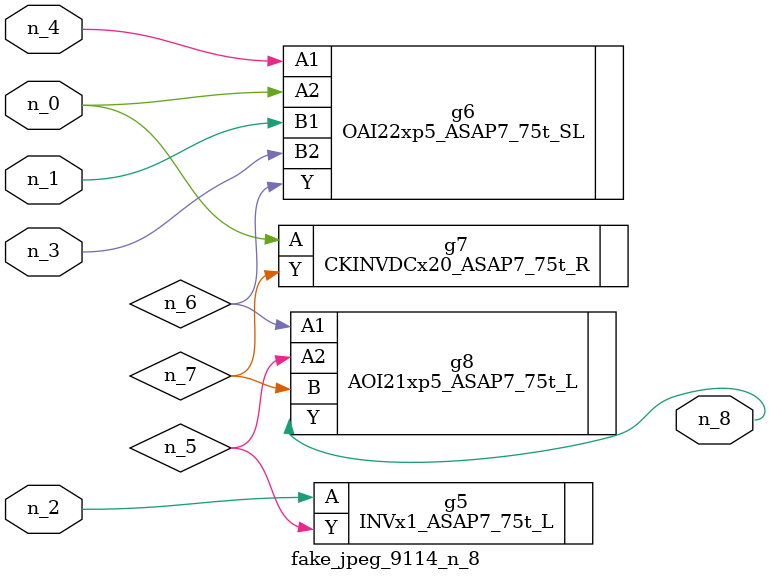
<source format=v>
module fake_jpeg_9114_n_8 (n_3, n_2, n_1, n_0, n_4, n_8);

input n_3;
input n_2;
input n_1;
input n_0;
input n_4;

output n_8;

wire n_6;
wire n_5;
wire n_7;

INVx1_ASAP7_75t_L g5 ( 
.A(n_2),
.Y(n_5)
);

OAI22xp5_ASAP7_75t_SL g6 ( 
.A1(n_4),
.A2(n_0),
.B1(n_1),
.B2(n_3),
.Y(n_6)
);

CKINVDCx20_ASAP7_75t_R g7 ( 
.A(n_0),
.Y(n_7)
);

AOI21xp5_ASAP7_75t_L g8 ( 
.A1(n_6),
.A2(n_5),
.B(n_7),
.Y(n_8)
);


endmodule
</source>
